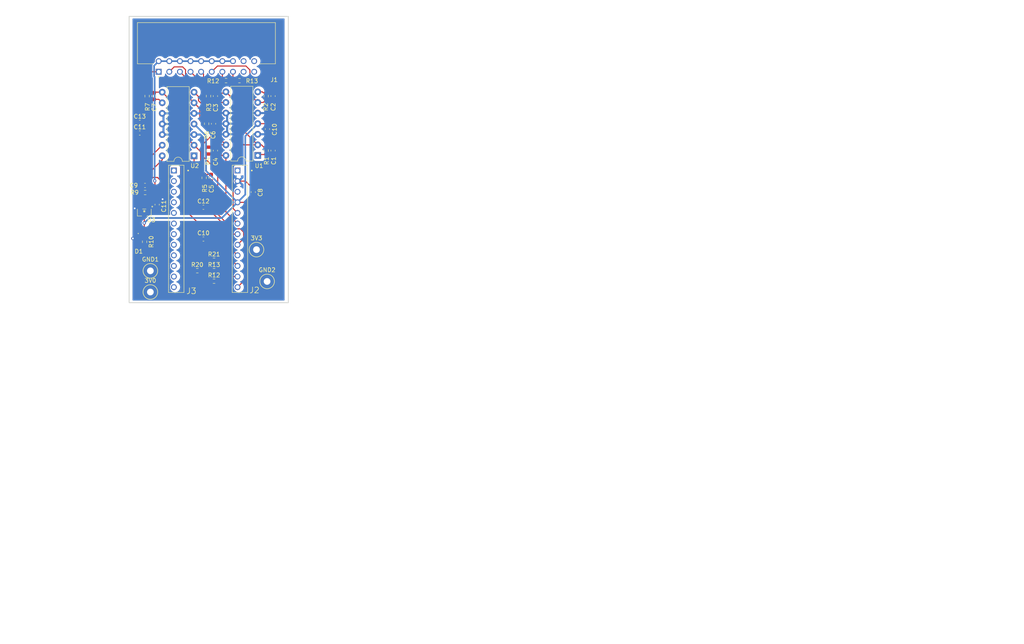
<source format=kicad_pcb>
(kicad_pcb (version 20211014) (generator pcbnew)
  (layers (0 "F.Cu" signal) (31 "B.Cu" signal) (34 "B.Paste" user) (35 "F.Paste" user) (36 "B.SilkS" user "B.Silkscreen") (37 "F.SilkS" user "F.Silkscreen") (38 "B.Mask" user) (39 "F.Mask" user) (44 "Edge.Cuts" user))
  (net 0 "")
  (net 1 "/AIN3")
  (net 2 "/ForceIn_2")
  (net 3 "/ForceIn_0")
  (net 4 "/ForceIn_6")
  (net 5 "/AIN2")
  (net 6 "/AIN6")
  (net 7 "/ForceIn_5")
  (net 8 "GND")
  (net 9 "/AIN5")
  (net 10 "/ForceIn_4")
  (net 11 "/AIN1")
  (net 12 "/ForceIn_7")
  (net 13 "/AIN4")
  (net 14 "/ForceIn_3")
  (net 15 "/VRef")
  (net 16 "Net-(D1-Pad2)")
  (net 17 "+3V3")
  (net 18 "/AIN7")
  (net 19 "/ForceIn_1")
  (net 20 "/Op Amps/VRef1")
  (net 23 "/AIN0")
  (net 36 "/Op Amps/VRef2")
  (footprint "Resistor_SMD:R_0603_1608Metric" (layer "F.Cu") (at 79.882499 89.74)
    (fp_text reference "R21" (at 0 -1.43) (layer "F.SilkS"))
    (fp_text value "R")
    (fp_line (start -0.237258 0.5225) (end 0.237258 0.5225) (layer "F.SilkS") (width 0.12))
    (fp_line (start -0.237258 -0.5225) (end 0.237258 -0.5225) (layer "F.SilkS") (width 0.12))
    (pad "1" smd roundrect (at -0.825 0) (size 0.8 0.95) (layers "F.Cu" "F.Paste" "F.Mask") (net 36 "/Op Amps/VRef2"))
    (pad "2" smd roundrect (at 0.825 0) (size 0.8 0.95) (layers "F.Cu" "F.Paste" "F.Mask") (net 8 "GND"))
  )
  (footprint "Resistor_SMD:R_0603_1608Metric" (layer "F.Cu") (at 79.882499 94.76)
    (fp_text reference "R12" (at 0 -1.43) (layer "F.SilkS"))
    (fp_text value "R")
    (fp_line (start -0.237258 -0.5225) (end 0.237258 -0.5225) (layer "F.SilkS") (width 0.12))
    (fp_line (start -0.237258 0.5225) (end 0.237258 0.5225) (layer "F.SilkS") (width 0.12))
    (pad "1" smd roundrect (at -0.825 0) (size 0.8 0.95) (layers "F.Cu" "F.Paste" "F.Mask") (net 15 "/VRef"))
    (pad "2" smd roundrect (at 0.825 0) (size 0.8 0.95) (layers "F.Cu" "F.Paste" "F.Mask") (net 20 "/Op Amps/VRef1"))
  )
  (footprint "TestPoint:TestPoint_Keystone_5005-5009_Compact" (layer "F.Cu") (at 90.042499 87.2)
    (fp_text reference "3V3" (at 0 -2.75) (layer "F.SilkS"))
    (fp_text value "5005")
    (fp_circle (center 0 0) (end 1.75 0) (layer "F.SilkS") (width 0.15) (fill none))
    (pad "1" thru_hole circle (at 0 0) (size 2.8 2.8) (drill 1.6) (layers *.Cu *.Mask) (net 17 "+3V3"))
  )
  (footprint "CapstoneLibrary:TE_1-825433-2" (layer "F.Cu") (at 70.2625 82.22 -90)
    (fp_text reference "J3" (at 14.9 -4.2 180) (layer "F.SilkS") (effects (font (size 1.4 1.4))))
    (fp_text value "1-825433-2")
    (fp_line (start 15.24 -2.42) (end 15.24 1.27) (layer "F.SilkS") (width 0.127))
    (fp_line (start 15.24 1.27) (end -15.24 1.27) (layer "F.SilkS") (width 0.127))
    (fp_line (start -15.24 1.27) (end -15.24 -2.42) (layer "F.SilkS") (width 0.127))
    (fp_line (start -15.24 -2.42) (end 15.24 -2.42) (layer "F.SilkS") (width 0.127))
    (fp_circle (center -13.97 -3.42) (end -13.87 -3.42) (layer "F.SilkS") (width 0.2) (fill none))
    (pad "1" thru_hole rect locked (at -13.97 0 270) (size 1.398 1.398) (drill 0.89) (layers *.Cu *.Mask))
    (pad "2" thru_hole circle locked (at -11.43 0 270) (size 1.398 1.398) (drill 0.89) (layers *.Cu *.Mask))
    (pad "3" thru_hole circle locked (at -8.89 0 270) (size 1.398 1.398) (drill 0.89) (layers *.Cu *.Mask))
    (pad "4" thru_hole circle locked (at -6.35 0 270) (size 1.398 1.398) (drill 0.89) (layers *.Cu *.Mask))
    (pad "5" thru_hole circle locked (at -3.81 0 270) (size 1.398 1.398) (drill 0.89) (layers *.Cu *.Mask))
    (pad "6" thru_hole circle locked (at -1.27 0 270) (size 1.398 1.398) (drill 0.89) (layers *.Cu *.Mask))
    (pad "7" thru_hole circle locked (at 1.27 0 270) (size 1.398 1.398) (drill 0.89) (layers *.Cu *.Mask))
    (pad "8" thru_hole circle locked (at 3.81 0 270) (size 1.398 1.398) (drill 0.89) (layers *.Cu *.Mask))
    (pad "9" thru_hole circle locked (at 6.35 0 270) (size 1.398 1.398) (drill 0.89) (layers *.Cu *.Mask))
    (pad "10" thru_hole circle locked (at 8.89 0 270) (size 1.398 1.398) (drill 0.89) (layers *.Cu *.Mask))
    (pad "11" thru_hole circle locked (at 11.43 0 270) (size 1.398 1.398) (drill 0.89) (layers *.Cu *.Mask))
    (pad "12" thru_hole circle locked (at 13.97 0 270) (size 1.398 1.398) (drill 0.89) (layers *.Cu *.Mask))
  )
  (footprint "Resistor_SMD:R_0603_1608Metric" (layer "F.Cu") (at 63.3875 73.52)
    (fp_text reference "R9" (at -2.525 0) (layer "F.SilkS"))
    (fp_text value "680")
    (fp_line (start -0.237258 -0.5225) (end 0.237258 -0.5225) (layer "F.SilkS") (width 0.12))
    (fp_line (start -0.237258 0.5225) (end 0.237258 0.5225) (layer "F.SilkS") (width 0.12))
    (pad "1" smd roundrect locked (at -0.825 0) (size 0.8 0.95) (layers "F.Cu" "F.Paste" "F.Mask") (net 12 "/ForceIn_7"))
    (pad "2" smd roundrect locked (at 0.825 0) (size 0.8 0.95) (layers "F.Cu" "F.Paste" "F.Mask") (net 18 "/AIN7"))
  )
  (footprint "TestPoint:TestPoint_Keystone_5005-5009_Compact" (layer "F.Cu") (at 64.642499 97.36)
    (fp_text reference "3V0" (at 0 -2.75) (layer "F.SilkS"))
    (fp_text value "5005")
    (fp_circle (center 0 0) (end 1.75 0) (layer "F.SilkS") (width 0.15) (fill none))
    (pad "1" thru_hole circle (at 0 0) (size 2.8 2.8) (drill 1.6) (layers *.Cu *.Mask) (net 15 "/VRef"))
  )
  (footprint "Resistor_SMD:R_0603_1608Metric" (layer "F.Cu") (at 85.9625 46.72 180)
    (fp_text reference "R13" (at -3 -0.1) (layer "F.SilkS"))
    (fp_text value "R")
    (fp_line (start -0.237258 0.5225) (end 0.237258 0.5225) (layer "F.SilkS") (width 0.12))
    (fp_line (start -0.237258 -0.5225) (end 0.237258 -0.5225) (layer "F.SilkS") (width 0.12))
    (pad "1" smd roundrect locked (at -0.825 0 180) (size 0.8 0.95) (layers "F.Cu" "F.Paste" "F.Mask") (net 20 "/Op Amps/VRef1"))
    (pad "2" smd roundrect locked (at 0.825 0 180) (size 0.8 0.95) (layers "F.Cu" "F.Paste" "F.Mask") (net 8 "GND"))
  )
  (footprint "Resistor_SMD:R_0603_1608Metric" (layer "F.Cu") (at 78.5625 63.4748 -90)
    (fp_text reference "R4" (at 2.5452 0.1 90) (layer "F.SilkS"))
    (fp_text value "R")
    (fp_line (start -0.237258 0.5225) (end 0.237258 0.5225) (layer "F.SilkS") (width 0.12))
    (fp_line (start -0.237258 -0.5225) (end 0.237258 -0.5225) (layer "F.SilkS") (width 0.12))
    (pad "1" smd roundrect locked (at -0.825 0 270) (size 0.8 0.95) (layers "F.Cu" "F.Paste" "F.Mask") (net 14 "/ForceIn_3"))
    (pad "2" smd roundrect locked (at 0.825 0 270) (size 0.8 0.95) (layers "F.Cu" "F.Paste" "F.Mask") (net 1 "/AIN3"))
  )
  (footprint "Capacitor_SMD:C_0603_1608Metric" (layer "F.Cu") (at 79.762998 57.047 -90)
    (fp_text reference "C6" (at 2.673 0.100498 -90) (layer "F.SilkS"))
    (fp_text value "47pF")
    (fp_line (start -0.14058 -0.51) (end 0.14058 -0.51) (layer "F.SilkS") (width 0.12))
    (fp_line (start -0.14058 0.51) (end 0.14058 0.51) (layer "F.SilkS") (width 0.12))
    (pad "1" smd roundrect locked (at -0.775 0 270) (size 0.9 0.95) (layers "F.Cu" "F.Paste" "F.Mask") (net 9 "/AIN5"))
    (pad "2" smd roundrect locked (at 0.775 0 270) (size 0.9 0.95) (layers "F.Cu" "F.Paste" "F.Mask") (net 7 "/ForceIn_5"))
  )
  (footprint "Resistor_SMD:R_0603_1608Metric" (layer "F.Cu") (at 78.111998 57.047 90)
    (fp_text reference "R6" (at -2.673 0.050502 90) (layer "F.SilkS"))
    (fp_text value "R")
    (fp_line (start -0.237258 0.5225) (end 0.237258 0.5225) (layer "F.SilkS") (width 0.12))
    (fp_line (start -0.237258 -0.5225) (end 0.237258 -0.5225) (layer "F.SilkS") (width 0.12))
    (pad "1" smd roundrect locked (at -0.825 0 90) (size 0.8 0.95) (layers "F.Cu" "F.Paste" "F.Mask") (net 7 "/ForceIn_5"))
    (pad "2" smd roundrect locked (at 0.825 0 90) (size 0.8 0.95) (layers "F.Cu" "F.Paste" "F.Mask") (net 9 "/AIN5"))
  )
  (footprint "CapstoneLibrary:VLMG1300-GS08" (layer "F.Cu") (at 61.7421 85.297 -90)
    (fp_text reference "D1" (at 2.323 -0.1204 180) (layer "F.SilkS"))
    (fp_text value "VLMG1300-GS08" hide)
    (fp_circle (center -1.9558 0) (end -1.8796 0) (layer "F.SilkS") (width 0.12) (fill none))
    (pad "1" smd rect (at -0.75 0 270) (size 0.8 0.8) (layers "F.Cu" "F.Paste" "F.Mask") (net 8 "GND"))
    (pad "2" smd rect (at 0.75 0 270) (size 0.8 0.8) (layers "F.Cu" "F.Paste" "F.Mask") (net 16 "Net-(D1-Pad2)"))
  )
  (footprint "Capacitor_SMD:C_0603_1608Metric" (layer "F.Cu") (at 63.3625 71.82)
    (fp_text reference "C9" (at -2.7 0) (layer "F.SilkS"))
    (fp_text value "47pF")
    (fp_line (start -0.14058 0.51) (end 0.14058 0.51) (layer "F.SilkS") (width 0.12))
    (fp_line (start -0.14058 -0.51) (end 0.14058 -0.51) (layer "F.SilkS") (width 0.12))
    (pad "1" smd roundrect locked (at -0.775 0) (size 0.9 0.95) (layers "F.Cu" "F.Paste" "F.Mask") (net 12 "/ForceIn_7"))
    (pad "2" smd roundrect locked (at 0.775 0) (size 0.9 0.95) (layers "F.Cu" "F.Paste" "F.Mask") (net 18 "/AIN7"))
  )
  (footprint "CapstoneLibrary:TE_1-825433-2" (layer "F.Cu") (at 85.5025 82.22 -90)
    (fp_text reference "J2" (at 14.7 -4.06 180) (layer "F.SilkS") (effects (font (size 1.4 1.4))))
    (fp_text value "1-825433-2")
    (fp_line (start 15.24 1.27) (end -15.24 1.27) (layer "F.SilkS") (width 0.127))
    (fp_line (start -15.24 1.27) (end -15.24 -2.42) (layer "F.SilkS") (width 0.127))
    (fp_line (start 15.24 -2.42) (end 15.24 1.27) (layer "F.SilkS") (width 0.127))
    (fp_line (start -15.24 -2.42) (end 15.24 -2.42) (layer "F.SilkS") (width 0.127))
    (fp_circle (center -13.97 -3.42) (end -13.87 -3.42) (layer "F.SilkS") (width 0.2) (fill none))
    (pad "1" thru_hole rect locked (at -13.97 0 270) (size 1.398 1.398) (drill 0.89) (layers *.Cu *.Mask))
    (pad "2" thru_hole circle locked (at -11.43 0 270) (size 1.398 1.398) (drill 0.89) (layers *.Cu *.Mask) (net 8 "GND"))
    (pad "3" thru_hole circle locked (at -8.89 0 270) (size 1.398 1.398) (drill 0.89) (layers *.Cu *.Mask))
    (pad "4" thru_hole circle locked (at -6.35 0 270) (size 1.398 1.398) (drill 0.89) (layers *.Cu *.Mask) (net 17 "+3V3"))
    (pad "5" thru_hole circle locked (at -3.81 0 270) (size 1.398 1.398) (drill 0.89) (layers *.Cu *.Mask) (net 5 "/AIN2"))
    (pad "6" thru_hole circle locked (at -1.27 0 270) (size 1.398 1.398) (drill 0.89) (layers *.Cu *.Mask) (net 1 "/AIN3"))
    (pad "7" thru_hole circle locked (at 1.27 0 270) (size 1.398 1.398) (drill 0.89) (layers *.Cu *.Mask) (net 13 "/AIN4"))
    (pad "8" thru_hole circle locked (at 3.81 0 270) (size 1.398 1.398) (drill 0.89) (layers *.Cu *.Mask) (net 9 "/AIN5"))
    (pad "9" thru_hole circle locked (at 6.35 0 270) (size 1.398 1.398) (drill 0.89) (layers *.Cu *.Mask) (net 6 "/AIN6"))
    (pad "10" thru_hole circle locked (at 8.89 0 270) (size 1.398 1.398) (drill 0.89) (layers *.Cu *.Mask) (net 18 "/AIN7"))
    (pad "11" thru_hole circle locked (at 11.43 0 270) (size 1.398 1.398) (drill 0.89) (layers *.Cu *.Mask) (net 11 "/AIN1"))
    (pad "12" thru_hole circle locked (at 13.97 0 270) (size 1.398 1.398) (drill 0.89) (layers *.Cu *.Mask) (net 23 "/AIN0"))
  )
  (footprint "Resistor_SMD:R_0603_1608Metric" (layer "F.Cu") (at 75.872499 92.25)
    (fp_text reference "R20" (at 0 -1.43) (layer "F.SilkS"))
    (fp_text value "R")
    (fp_line (start -0.237258 -0.5225) (end 0.237258 -0.5225) (layer "F.SilkS") (width 0.12))
    (fp_line (start -0.237258 0.5225) (end 0.237258 0.5225) (layer "F.SilkS") (width 0.12))
    (pad "1" smd roundrect (at -0.825 0) (size 0.8 0.95) (layers "F.Cu" "F.Paste" "F.Mask") (net 15 "/VRef"))
    (pad "2" smd roundrect (at 0.825 0) (size 0.8 0.95) (layers "F.Cu" "F.Paste" "F.Mask") (net 36 "/Op Amps/VRef2"))
  )
  (footprint "Capacitor_SMD:C_0603_1608Metric" (layer "F.Cu") (at 77.342499 84.66)
    (fp_text reference "C10" (at 0 -1.43) (layer "F.SilkS"))
    (fp_text value "4.7uF")
    (fp_line (start -0.14058 -0.51) (end 0.14058 -0.51) (layer "F.SilkS") (width 0.12))
    (fp_line (start -0.14058 0.51) (end 0.14058 0.51) (layer "F.SilkS") (width 0.12))
    (pad "1" smd roundrect (at -0.775 0) (size 0.9 0.95) (layers "F.Cu" "F.Paste" "F.Mask") (net 17 "+3V3"))
    (pad "2" smd roundrect (at 0.775 0) (size 0.9 0.95) (layers "F.Cu" "F.Paste" "F.Mask") (net 8 "GND"))
  )
  (footprint "CapstoneLibrary:TE_5103310-5" (layer "F.Cu") (at 78.0625 43.32 180)
    (fp_text reference "J1" (at -16.2 -3.2) (layer "F.SilkS") (effects (font (size 1.001457 1.001457))))
    (fp_text value "5103310-5")
    (fp_line (start -16.51 10.5) (end 16.51 10.5) (layer "F.SilkS") (width 0.127))
    (fp_line (start 16.51 10.5) (end 16.51 0.635) (layer "F.SilkS") (width 0.127))
    (fp_line (start 16.51 0.635) (end 12.7 0.635) (layer "F.SilkS") (width 0.127))
    (fp_line (start -16.51 0.635) (end -16.51 10.5) (layer "F.SilkS") (width 0.127))
    (fp_line (start -12.7 0.635) (end -16.51 0.635) (layer "F.SilkS") (width 0.127))
    (fp_circle (center 11.427 -2.489) (end 11.527 -2.489) (layer "F.SilkS") (width 0.2) (fill none))
    (pad "1" thru_hole rect locked (at 11.43 -1.27 180) (size 1.397 1.397) (drill 0.889) (layers *.Cu *.Mask) (net 12 "/ForceIn_7"))
    (pad "2" thru_hole circle locked (at 11.43 1.27 180) (size 1.397 1.397) (drill 0.889) (layers *.Cu *.Mask) (net 8 "GND"))
    (pad "3" thru_hole circle locked (at 8.89 -1.27 180) (size 1.397 1.397) (drill 0.889) (layers *.Cu *.Mask) (net 4 "/ForceIn_6"))
    (pad "4" thru_hole circle locked (at 8.89 1.27 180) (size 1.397 1.397) (drill 0.889) (layers *.Cu *.Mask) (net 8 "GND"))
    (pad "5" thru_hole circle locked (at 6.35 -1.27 180) (size 1.397 1.397) (drill 0.889) (layers *.Cu *.Mask) (net 7 "/ForceIn_5"))
    (pad "6" thru_hole circle locked (at 6.35 1.27 180) (size 1.397 1.397) (drill 0.889) (layers *.Cu *.Mask) (net 8 "GND"))
    (pad "7" thru_hole circle locked (at 3.81 -1.27 180) (size 1.397 1.397) (drill 0.889) (layers *.Cu *.Mask) (net 10 "/ForceIn_4"))
    (pad "8" thru_hole circle locked (at 3.81 1.27 180) (size 1.397 1.397) (drill 0.889) (layers *.Cu *.Mask) (net 8 "GND"))
    (pad "9" thru_hole circle locked (at 1.27 -1.27 180) (size 1.397 1.397) (drill 0.889) (layers *.Cu *.Mask) (net 14 "/ForceIn_3"))
    (pad "10" thru_hole circle locked (at 1.27 1.27 180) (size 1.397 1.397) (drill 0.889) (layers *.Cu *.Mask) (net 8 "GND"))
    (pad "11" thru_hole circle locked (at -1.27 -1.27 180) (size 1.397 1.397) (drill 0.889) (layers *.Cu *.Mask) (net 2 "/ForceIn_2"))
    (pad "12" thru_hole circle locked (at -1.27 1.27 180) (size 1.397 1.397) (drill 0.889) (layers *.Cu *.Mask) (net 8 "GND"))
    (pad "13" thru_hole circle locked (at -3.81 -1.27 180) (size 1.397 1.397) (drill 0.889) (layers *.Cu *.Mask) (net 19 "/ForceIn_1"))
    (pad "14" thru_hole circle locked (at -3.81 1.27 180) (size 1.397 1.397) (drill 0.889) (layers *.Cu *.Mask) (net 8 "GND"))
    (pad "15" thru_hole circle locked (at -6.35 -1.27 180) (size 1.397 1.397) (drill 0.889) (layers *.Cu *.Mask) (net 3 "/ForceIn_0"))
    (pad "16" thru_hole circle locked (at -6.35 1.27 180) (size 1.397 1.397) (drill 0.889) (layers *.Cu *.Mask) (net 8 "GND"))
    (pad "17" thru_hole circle locked (at -8.89 -1.27 180) (size 1.397 1.397) (drill 0.889) (layers *.Cu *.Mask) (net 8 "GND"))
    (pad "18" thru_hole circle locked (at -8.89 1.27 180) (size 1.397 1.397) (drill 0.889) (layers *.Cu *.Mask) (net 8 "GND"))
    (pad "19" thru_hole circle locked (at -11.43 -1.27 180) (size 1.397 1.397) (drill 0.889) (layers *.Cu *.Mask) (net 8 "GND"))
    (pad "20" thru_hole circle locked (at -11.43 1.27 180) (size 1.397 1.397) (drill 0.889) (layers *.Cu *.Mask) (net 8 "GND"))
  )
  (footprint "Resistor_SMD:R_0603_1608Metric" (layer "F.Cu") (at 78.5625 50.42 90)
    (fp_text reference "R3" (at -2.7 0.1 90) (layer "F.SilkS"))
    (fp_text value "R")
    (fp_line (start -0.237258 0.5225) (end 0.237258 0.5225) (layer "F.SilkS") (width 0.12))
    (fp_line (start -0.237258 -0.5225) (end 0.237258 -0.5225) (layer "F.SilkS") (width 0.12))
    (pad "1" smd roundrect locked (at -0.825 0 90) (size 0.8 0.95) (layers "F.Cu" "F.Paste" "F.Mask") (net 2 "/ForceIn_2"))
    (pad "2" smd roundrect locked (at 0.825 0 90) (size 0.8 0.95) (layers "F.Cu" "F.Paste" "F.Mask") (net 5 "/AIN2"))
  )
  (footprint "Capacitor_SMD:C_0603_1608Metric" (layer "F.Cu") (at 77.342499 77.04)
    (fp_text reference "C12" (at 0 -1.43) (layer "F.SilkS"))
    (fp_text value "0.1uF")
    (fp_line (start -0.14058 -0.51) (end 0.14058 -0.51) (layer "F.SilkS") (width 0.12))
    (fp_line (start -0.14058 0.51) (end 0.14058 0.51) (layer "F.SilkS") (width 0.12))
    (pad "1" smd roundrect (at -0.775 0) (size 0.9 0.95) (layers "F.Cu" "F.Paste" "F.Mask") (net 17 "+3V3"))
    (pad "2" smd roundrect (at 0.775 0) (size 0.9 0.95) (layers "F.Cu" "F.Paste" "F.Mask") (net 8 "GND"))
  )
  (footprint "Capacitor_SMD:C_0603_1608Metric" (layer "F.Cu") (at 80.2135 50.42 -90)
    (fp_text reference "C3" (at 2.8 -0.049 90) (layer "F.SilkS"))
    (fp_text value "47pF")
    (fp_line (start -0.14058 0.51) (end 0.14058 0.51) (layer "F.SilkS") (width 0.12))
    (fp_line (start -0.14058 -0.51) (end 0.14058 -0.51) (layer "F.SilkS") (width 0.12))
    (pad "1" smd roundrect locked (at -0.775 0 270) (size 0.9 0.95) (layers "F.Cu" "F.Paste" "F.Mask") (net 5 "/AIN2"))
    (pad "2" smd roundrect locked (at 0.775 0 270) (size 0.9 0.95) (layers "F.Cu" "F.Paste" "F.Mask") (net 2 "/ForceIn_2"))
  )
  (footprint "CapstoneLibrary:AD1583ARTZ-Reel7" (layer "F.Cu") (at 63.187507 78.320002 180)
    (fp_text reference "U3" (at -1.674993 -1.799998) (layer "F.SilkS"))
    (fp_text value "AD1583" hide)
    (fp_text user "*" (at 0 0) (layer "F.SilkS"))
    (fp_line (start -1.651 -0.8255) (end -1.651 0.8255) (layer "F.SilkS") (width 0.12))
    (fp_line (start -0.61214 -0.8255) (end -1.651 -0.8255) (layer "F.SilkS") (width 0.12))
    (fp_line (start 1.651 0.8255) (end 1.651 -0.8255) (layer "F.SilkS") (width 0.12))
    (fp_line (start -0.412859 0.85) (end 0.412859 0.85) (layer "F.SilkS") (width 0.12))
    (fp_line (start 1.651 -0.8255) (end 0.61214 -0.8255) (layer "F.SilkS") (width 0.12))
    (fp_circle (center -1.9 1.425) (end -1.773 1.425) (layer "F.SilkS") (width 0.12) (fill none))
    (pad "1" smd rect (at -1.024999 1.016 180) (size 0.5588 1.3208) (layers "F.Cu" "F.Paste" "F.Mask") (net 15 "/VRef"))
    (pad "2" smd rect (at 1.024999 1.016 180) (size 0.5588 1.3208) (layers "F.Cu" "F.Paste" "F.Mask") (net 8 "GND"))
    (pad "3" smd rect (at 0 -0.88265 180) (size 0.5588 1.3208) (layers "F.Cu" "F.Paste" "F.Mask") (net 17 "+3V3"))
  )
  (footprint "Capacitor_SMD:C_0603_1608Metric" (layer "F.Cu") (at 94.0115 63.4748 90)
    (fp_text reference "C1" (at -2.4452 0.151 90) (layer "F.SilkS"))
    (fp_text value "47pF")
    (fp_line (start -0.14058 0.51) (end 0.14058 0.51) (layer "F.SilkS") (width 0.12))
    (fp_line (start -0.14058 -0.51) (end 0.14058 -0.51) (layer "F.SilkS") (width 0.12))
    (pad "1" smd roundrect locked (at -0.775 0 90) (size 0.9 0.95) (layers "F.Cu" "F.Paste" "F.Mask") (net 23 "/AIN0"))
    (pad "2" smd roundrect locked (at 0.775 0 90) (size 0.9 0.95) (layers "F.Cu" "F.Paste" "F.Mask") (net 3 "/ForceIn_0"))
  )
  (footprint "Capacitor_SMD:C_0603_1608Metric" (layer "F.Cu") (at 94.0115 50.4192 -90)
    (fp_text reference "C2" (at 2.6008 -0.051 90) (layer "F.SilkS"))
    (fp_text value "47pF")
    (fp_line (start -0.14058 -0.51) (end 0.14058 -0.51) (layer "F.SilkS") (width 0.12))
    (fp_line (start -0.14058 0.51) (end 0.14058 0.51) (layer "F.SilkS") (width 0.12))
    (pad "1" smd roundrect locked (at -0.775 0 270) (size 0.9 0.95) (layers "F.Cu" "F.Paste" "F.Mask") (net 11 "/AIN1"))
    (pad "2" smd roundrect locked (at 0.775 0 270) (size 0.9 0.95) (layers "F.Cu" "F.Paste" "F.Mask") (net 19 "/ForceIn_1"))
  )
  (footprint "TestPoint:TestPoint_Keystone_5005-5009_Compact" (layer "F.Cu") (at 64.642499 92.28)
    (fp_text reference "GND1" (at 0 -2.75) (layer "F.SilkS"))
    (fp_text value "5006")
    (fp_circle (center 0 0) (end 1.75 0) (layer "F.SilkS") (width 0.15) (fill none))
    (pad "1" thru_hole circle (at 0 0) (size 2.8 2.8) (drill 1.6) (layers *.Cu *.Mask) (net 8 "GND"))
  )
  (footprint "Resistor_SMD:R_0603_1608Metric" (layer "F.Cu") (at 79.882499 92.25)
    (fp_text reference "R13" (at 0 -1.43) (layer "F.SilkS"))
    (fp_text value "R")
    (fp_line (start -0.237258 -0.5225) (end 0.237258 -0.5225) (layer "F.SilkS") (width 0.12))
    (fp_line (start -0.237258 0.5225) (end 0.237258 0.5225) (layer "F.SilkS") (width 0.12))
    (pad "1" smd roundrect (at -0.825 0) (size 0.8 0.95) (layers "F.Cu" "F.Paste" "F.Mask") (net 20 "/Op Amps/VRef1"))
    (pad "2" smd roundrect (at 0.825 0) (size 0.8 0.95) (layers "F.Cu" "F.Paste" "F.Mask") (net 8 "GND"))
  )
  (footprint "TestPoint:TestPoint_Keystone_5005-5009_Compact" (layer "F.Cu") (at 92.582499 94.82)
    (fp_text reference "GND2" (at 0 -2.75) (layer "F.SilkS"))
    (fp_text value "5006")
    (fp_circle (center 0 0) (end 1.75 0) (layer "F.SilkS") (width 0.15) (fill none))
    (pad "1" thru_hole circle (at 0 0) (size 2.8 2.8) (drill 1.6) (layers *.Cu *.Mask) (net 8 "GND"))
  )
  (footprint "Resistor_SMD:R_0603_1608Metric" (layer "F.Cu") (at 63.8625 50.4192 90)
    (fp_text reference "R7" (at -2.6008 0.1 90) (layer "F.SilkS"))
    (fp_text value "R")
    (fp_line (start -0.237258 -0.5225) (end 0.237258 -0.5225) (layer "F.SilkS") (width 0.12))
    (fp_line (start -0.237258 0.5225) (end 0.237258 0.5225) (layer "F.SilkS") (width 0.12))
    (pad "1" smd roundrect locked (at -0.825 0 90) (size 0.8 0.95) (layers "F.Cu" "F.Paste" "F.Mask") (net 4 "/ForceIn_6"))
    (pad "2" smd roundrect locked (at 0.825 0 90) (size 0.8 0.95) (layers "F.Cu" "F.Paste" "F.Mask") (net 6 "/AIN6"))
  )
  (footprint "Package_DIP:DIP-14_W7.62mm" (layer "F.Cu") (at 75.1 64.72 180)
    (fp_text reference "U2" (at -0.1625 -2.4) (layer "F.SilkS"))
    (fp_text value "MCP6004")
    (fp_line (start 6.46 -1.33) (end 4.81 -1.33) (layer "F.SilkS") (width 0.12))
    (fp_line (start 2.81 -1.33) (end 1.16 -1.33) (layer "F.SilkS") (width 0.12))
    (fp_line (start 6.46 16.57) (end 6.46 -1.33) (layer "F.SilkS") (width 0.12))
    (fp_line (start 1.16 16.57) (end 6.46 16.57) (layer "F.SilkS") (width 0.12))
    (fp_line (start 1.16 -1.33) (end 1.16 16.57) (layer "F.SilkS") (width 0.12))
    (fp_arc (start 4.81 -1.33) (mid 3.81 -0.33) (end 2.81 -1.33) (layer "F.SilkS") (width 0.12))
    (pad "1" thru_hole rect locked (at 0 0 180) (size 1.6 1.6) (drill 0.8) (layers *.Cu *.Mask) (net 13 "/AIN4"))
    (pad "2" thru_hole oval locked (at 0 2.54 180) (size 1.6 1.6) (drill 0.8) (layers *.Cu *.Mask) (net 10 "/ForceIn_4"))
    (pad "3" thru_hole oval locked (at 0 5.08 180) (size 1.6 1.6) (drill 0.8) (layers *.Cu *.Mask) (net 36 "/Op Amps/VRef2"))
    (pad "4" thru_hole oval locked (at 0 7.62 180) (size 1.6 1.6) (drill 0.8) (layers *.Cu *.Mask) (net 17 "+3V3"))
    (pad "5" thru_hole oval locked (at 0 10.16 180) (size 1.6 1.6) (drill 0.8) (layers *.Cu *.Mask) (net 36 "/Op Amps/VRef2"))
    (pad "6" thru_hole oval locked (at 0 12.7 180) (size 1.6 1.6) (drill 0.8) (layers *.Cu *.Mask) (net 7 "/ForceIn_5"))
    (pad "7" thru_hole oval locked (at 0 15.24 180) (size 1.6 1.6) (drill 0.8) (layers *.Cu *.Mask) (net 9 "/AIN5"))
    (pad "8" thru_hole oval locked (at 7.62 15.24 180) (size 1.6 1.6) (drill 0.8) (layers *.Cu *.Mask) (net 6 "/AIN6"))
    (pad "9" thru_hole oval locked (at 7.62 12.7 180) (size 1.6 1.6) (drill 0.8) (layers *.Cu *.Mask) (net 4 "/ForceIn_6"))
    (pad "10" thru_hole oval locked (at 7.62 10.16 180) (size 1.6 1.6) (drill 0.8) (layers *.Cu *.Mask) (net 36 "/Op Amps/VRef2"))
    (pad "11" thru_hole oval locked (at 7.62 7.62 180) (size 1.6 1.6) (drill 0.8) (layers *.Cu *.Mask) (net 8 "GND"))
    (pad "12" thru_hole oval locked (at 7.62 5.08 180) (size 1.6 1.6) (drill 0.8) (layers *.Cu *.Mask) (net 36 "/Op Amps/VRef2"))
    (pad "13" thru_hole oval locked (at 7.62 2.54 180) (size 1.6 1.6) (drill 0.8) (layers *.Cu *.Mask) (net 12 "/ForceIn_7"))
    (pad "14" thru_hole oval locked (at 7.62 0 180) (size 1.6 1.6) (drill 0.8) (layers *.Cu *.Mask) (net 18 "/AIN7"))
  )
  (footprint "Resistor_SMD:R_0603_1608Metric" (layer "F.Cu") (at 92.3605 63.4748 -90)
    (fp_text reference "R1" (at 2.4452 -0.102 90) (layer "F.SilkS"))
    (fp_text value "R")
    (fp_line (start -0.237258 0.5225) (end 0.237258 0.5225) (layer "F.SilkS") (width 0.12))
    (fp_line (start -0.237258 -0.5225) (end 0.237258 -0.5225) (layer "F.SilkS") (width 0.12))
    (pad "1" smd roundrect locked (at -0.825 0 270) (size 0.8 0.95) (layers "F.Cu" "F.Paste" "F.Mask") (net 3 "/ForceIn_0"))
    (pad "2" smd roundrect locked (at 0.825 0 270) (size 0.8 0.95) (layers "F.Cu" "F.Paste" "F.Mask") (net 23 "/AIN0"))
  )
  (footprint "Resistor_SMD:R_0603_1608Metric" (layer "F.Cu") (at 63.2625 85.32 -90)
    (fp_text reference "R10" (at 0 -1.6 -90) (layer "F.SilkS"))
    (fp_text value "68")
    (fp_line (start -0.237258 0.5225) (end 0.237258 0.5225) (layer "F.SilkS") (width 0.12))
    (fp_line (start -0.237258 -0.5225) (end 0.237258 -0.5225) (layer "F.SilkS") (width 0.12))
    (pad "1" smd roundrect locked (at -0.825 0 270) (size 0.8 0.95) (layers "F.Cu" "F.Paste" "F.Mask") (net 17 "+3V3"))
    (pad "2" smd roundrect locked (at 0.825 0 270) (size 0.8 0.95) (layers "F.Cu" "F.Paste" "F.Mask") (net 16 "Net-(D1-Pad2)"))
  )
  (footprint "Capacitor_SMD:C_0603_1608Metric" (layer "F.Cu") (at 79.163498 70.0026 90)
    (fp_text reference "C5" (at -2.6174 0.099002 90) (layer "F.SilkS"))
    (fp_text value "47pF")
    (fp_line (start -0.14058 -0.51) (end 0.14058 -0.51) (layer "F.SilkS") (width 0.12))
    (fp_line (start -0.14058 0.51) (end 0.14058 0.51) (layer "F.SilkS") (width 0.12))
    (pad "1" smd roundrect locked (at -0.775 0 90) (size 0.9 0.95) (layers "F.Cu" "F.Paste" "F.Mask") (net 13 "/AIN4"))
    (pad "2" smd roundrect locked (at 0.775 0 90) (size 0.9 0.95) (layers "F.Cu" "F.Paste" "F.Mask") (net 10 "/ForceIn_4"))
  )
  (footprint "Resistor_SMD:R_0603_1608Metric" (layer "F.Cu") (at 77.512498 70.0026 -90)
    (fp_text reference "R5" (at 2.5174 -0.150002 90) (layer "F.SilkS"))
    (fp_text value "R")
    (fp_line (start -0.237258 0.5225) (end 0.237258 0.5225) (layer "F.SilkS") (width 0.12))
    (fp_line (start -0.237258 -0.5225) (end 0.237258 -0.5225) (layer "F.SilkS") (width 0.12))
    (pad "1" smd roundrect locked (at -0.825 0 270) (size 0.8 0.95) (layers "F.Cu" "F.Paste" "F.Mask") (net 10 "/ForceIn_4"))
    (pad "2" smd roundrect locked (at 0.825 0 270) (size 0.8 0.95) (layers "F.Cu" "F.Paste" "F.Mask") (net 13 "/AIN4"))
  )
  (footprint "Resistor_SMD:R_0603_1608Metric" (layer "F.Cu") (at 82.7625 46.72 180)
    (fp_text reference "R12" (at 3.1 -0.1) (layer "F.SilkS"))
    (fp_text value "R")
    (fp_line (start -0.237258 0.5225) (end 0.237258 0.5225) (layer "F.SilkS") (width 0.12))
    (fp_line (start -0.237258 -0.5225) (end 0.237258 -0.5225) (layer "F.SilkS") (width 0.12))
    (pad "1" smd roundrect locked (at -0.825 0 180) (size 0.8 0.95) (layers "F.Cu" "F.Paste" "F.Mask") (net 15 "/VRef"))
    (pad "2" smd roundrect locked (at 0.825 0 180) (size 0.8 0.95) (layers "F.Cu" "F.Paste" "F.Mask") (net 20 "/Op Amps/VRef1"))
  )
  (footprint "Package_DIP:DIP-14_W7.62mm" (layer "F.Cu") (at 90.34 64.645 180)
    (fp_text reference "U1" (at -0.3225 -2.475) (layer "F.SilkS"))
    (fp_text value "MCP6004")
    (fp_line (start 6.46 16.57) (end 6.46 -1.33) (layer "F.SilkS") (width 0.12))
    (fp_line (start 6.46 -1.33) (end 4.81 -1.33) (layer "F.SilkS") (width 0.12))
    (fp_line (start 1.16 -1.33) (end 1.16 16.57) (layer "F.SilkS") (width 0.12))
    (fp_line (start 1.16 16.57) (end 6.46 16.57) (layer "F.SilkS") (width 0.12))
    (fp_line (start 2.81 -1.33) (end 1.16 -1.33) (layer "F.SilkS") (width 0.12))
    (fp_arc (start 4.81 -1.33) (mid 3.81 -0.33) (end 2.81 -1.33) (layer "F.SilkS") (width 0.12))
    (pad "1" thru_hole rect locked (at 0 0 180) (size 1.6 1.6) (drill 0.8) (layers *.Cu *.Mask) (net 23 "/AIN0"))
    (pad "2" thru_hole oval locked (at 0 2.54 180) (size 1.6 1.6) (drill 0.8) (layers *.Cu *.Mask) (net 3 "/ForceIn_0"))
    (pad "3" thru_hole oval locked (at 0 5.08 180) (size 1.6 1.6) (drill 0.8) (layers *.Cu *.Mask) (net 20 "/Op Amps/VRef1"))
    (pad "4" thru_hole oval locked (at 0 7.62 180) (size 1.6 1.6) (drill 0.8) (layers *.Cu *.Mask) (net 17 "+3V3"))
    (pad "5" thru_hole oval locked (at 0 10.16 180) (size 1.6 1.6) (drill 0.8) (layers *.Cu *.Mask) (net 20 "/Op Amps/VRef1"))
    (pad "6" thru_hole oval locked (at 0 12.7 180) (size 1.6 1.6) (drill 0.8) (layers *.Cu *.Mask) (net 19 "/ForceIn_1"))
    (pad "7" thru_hole oval locked (at 0 15.24 180) (size 1.6 1.6) (drill 0.8) (layers *.Cu *.Mask) (net 11 "/AIN1"))
    (pad "8" thru_hole oval locked (at 7.62 15.24 180) (size 1.6 1.6) (drill 0.8) (layers *.Cu *.Mask) (net 5 "/AIN2"))
    (pad "9" thru_hole oval locked (at 7.62 12.7 180) (size 1.6 1.6) (drill 0.8) (layers *.Cu *.Mask) (net 2 "/ForceIn_2"))
    (pad "10" thru_hole oval locked (at 7.62 10.16 180) (size 1.6 1.6) (drill 0.8) (layers *.Cu *.Mask) (net 20 "/Op Amps/VRef1"))
    (pad "11" thru_hole oval locked (at 7.62 7.62 180) (size 1.6 1.6) (drill 0.8) (layers *.Cu *.Mask) (net 8 "GND"))
    (pad "12" thru_hole oval locked (at 7.62 5.08 180) (size 1.6 1.6) (drill 0.8) (layers *.Cu *.Mask) (net 20 "/Op Amps/VRef1"))
    (pad "13" thru_hole oval locked (at 7.62 2.54 180) (size 1.6 1.6) (drill 0.8) (layers *.Cu *.Mask) (net 14 "/ForceIn_3"))
    (pad "14" thru_hole oval locked (at 7.62 0 180) (size 1.6 1.6) (drill 0.8) (layers *.Cu *.Mask) (net 1 "/AIN3"))
  )
  (footprint "Capacitor_SMD:C_0603_1608Metric" (layer "F.Cu") (at 65.5135 50.4192 -90)
    (fp_text reference "C7" (at 2.7008 -0.049 90) (layer "F.SilkS"))
    (fp_text value "47pF")
    (fp_line (start -0.14058 0.51) (end 0.14058 0.51) (layer "F.SilkS") (width 0.12))
    (fp_line (start -0.14058 -0.51) (end 0.14058 -0.51) (layer "F.SilkS") (width 0.12))
    (pad "1" smd roundrect locked (at -0.775 0 270) (size 0.9 0.95) (layers "F.Cu" "F.Paste" "F.Mask") (net 6 "/AIN6"))
    (pad "2" smd roundrect locked (at 0.775 0 270) (size 0.9 0.95) (layers "F.Cu" "F.Paste" "F.Mask") (net 4 "/ForceIn_6"))
  )
  (footprint "Capacitor_SMD:C_0603_1608Metric" (layer "F.Cu") (at 66.2625 76.42 90)
    (fp_text reference "C11" (at -0.4 1.6 90) (layer "F.SilkS"))
    (fp_text value "1uF")
    (fp_line (start -0.14058 0.51) (end 0.14058 0.51) (layer "F.SilkS") (width 0.12))
    (fp_line (start -0.14058 -0.51) (end 0.14058 -0.51) (layer "F.SilkS") (width 0.12))
    (pad "1" smd roundrect locked (at -0.775 0 90) (size 0.9 0.95) (layers "F.Cu" "F.Paste" "F.Mask") (net 15 "/VRef"))
    (pad "2" smd roundrect locked (at 0.775 0 90) (size 0.9 0.95) (layers "F.Cu" "F.Paste" "F.Mask") (net 8 "GND"))
  )
  (footprint "Resistor_SMD:R_0603_1608Metric" (layer "F.Cu") (at 92.3605 50.4192 90)
    (fp_text reference "R2" (at -2.6008 -0.098 90) (layer "F.SilkS"))
    (fp_text value "R")
    (fp_line (start -0.237258 0.5225) (end 0.237258 0.5225) (layer "F.SilkS") (width 0.12))
    (fp_line (start -0.237258 -0.5225) (end 0.237258 -0.5225) (layer "F.SilkS") (width 0.12))
    (pad "1" smd roundrect locked (at -0.825 0 90) (size 0.8 0.95) (layers "F.Cu" "F.Paste" "F.Mask") (net 19 "/ForceIn_1"))
    (pad "2" smd roundrect locked (at 0.825 0 90) (size 0.8 0.95) (layers "F.Cu" "F.Paste" "F.Mask") (net 11 "/AIN1"))
  )
  (footprint "Capacitor_SMD:C_0603_1608Metric" (layer "F.Cu") (at 62.102499 56.72)
    (fp_text reference "C13" (at 0 -1.43) (layer "F.SilkS"))
    (fp_text value "0.1uF")
    (fp_line (start -0.14058 -0.51) (end 0.14058 -0.51) (layer "F.SilkS") (width 0.12))
    (fp_line (start -0.14058 0.51) (end 0.14058 0.51) (layer "F.SilkS") (width 0.12))
    (pad "1" smd roundrect (at -0.775 0) (size 0.9 0.95) (layers "F.Cu" "F.Paste" "F.Mask") (net 17 "+3V3"))
    (pad "2" smd roundrect (at 0.775 0) (size 0.9 0.95) (layers "F.Cu" "F.Paste" "F.Mask") (net 8 "GND"))
  )
  (footprint "Capacitor_SMD:C_0603_1608Metric" (layer "F.Cu") (at 89.2625 73.42 90)
    (fp_text reference "C8" (at -0.1 1.7 90) (layer "F.SilkS"))
    (fp_text value "1uF")
    (fp_line (start -0.14058 0.51) (end 0.14058 0.51) (layer "F.SilkS") (width 0.12))
    (fp_line (start -0.14058 -0.51) (end 0.14058 -0.51) (layer "F.SilkS") (width 0.12))
    (pad "1" smd roundrect locked (at -0.775 0 90) (size 0.9 0.95) (layers "F.Cu" "F.Paste" "F.Mask") (net 17 "+3V3"))
    (pad "2" smd roundrect locked (at 0.775 0 90) (size 0.9 0.95) (layers "F.Cu" "F.Paste" "F.Mask") (net 8 "GND"))
  )
  (footprint "Capacitor_SMD:C_0603_1608Metric" (layer "F.Cu") (at 62.102499 59.26)
    (fp_text reference "C11" (at 0 -1.43) (layer "F.SilkS"))
    (fp_text value "1uF")
    (fp_line (start -0.14058 0.51) (end 0.14058 0.51) (layer "F.SilkS") (width 0.12))
    (fp_line (start -0.14058 -0.51) (end 0.14058 -0.51) (layer "F.SilkS") (width 0.12))
    (pad "1" smd roundrect (at -0.775 0) (size 0.9 0.95) (layers "F.Cu" "F.Paste" "F.Mask") (net 15 "/VRef"))
    (pad "2" smd roundrect (at 0.775 0) (size 0.9 0.95) (layers "F.Cu" "F.Paste" "F.Mask") (net 8 "GND"))
  )
  (footprint "Capacitor_SMD:C_0603_1608Metric" (layer "F.Cu") (at 80.2135 63.4748 90)
    (fp_text reference "C4" (at -2.6452 0.049 90) (layer "F.SilkS"))
    (fp_text value "47pF")
    (fp_line (start -0.14058 0.51) (end 0.14058 0.51) (layer "F.SilkS") (width 0.12))
    (fp_line (start -0.14058 -0.51) (end 0.14058 -0.51) (layer "F.SilkS") (width 0.12))
    (pad "1" smd roundrect locked (at -0.775 0 90) (size 0.9 0.95) (layers "F.Cu" "F.Paste" "F.Mask") (net 1 "/AIN3"))
    (pad "2" smd roundrect locked (at 0.775 0 90) (size 0.9 0.95) (layers "F.Cu" "F.Paste" "F.Mask") (net 14 "/ForceIn_3"))
  )
  (footprint "Capacitor_SMD:C_0603_1608Metric" (layer "F.Cu") (at 92.6625 58.32 -90)
    (fp_text reference "C10" (at 0.1 -1.7 90) (layer "F.SilkS"))
    (fp_text value "4.7uF")
    (fp_line (start -0.14058 -0.51) (end 0.14058 -0.51) (layer "F.SilkS") (width 0.12))
    (fp_line (start -0.14058 0.51) (end 0.14058 0.51) (layer "F.SilkS") (width 0.12))
    (pad "1" smd roundrect locked (at -0.775 0 270) (size 0.9 0.95) (layers "F.Cu" "F.Paste" "F.Mask") (net 17 "+3V3"))
    (pad "2" smd roundrect locked (at 0.775 0 270) (size 0.9 0.95) (layers "F.Cu" "F.Paste" "F.Mask") (net 8 "GND"))
  )
  (gr_rect (start 59.562492 31.320003) (end 97.662492 99.900003) (layer "Edge.Cuts") (width 0.2) (fill none))
  (segment (start 85.5025 80.95) (end 82.72 78.1675) (width 0.25) (layer "F.Cu") (net 1))
  (segment (start 82.72 64.645) (end 81.7875 64.645) (width 0.25) (layer "F.Cu") (net 1))
  (segment (start 78.5625 64.2998) (end 81.4423 64.2998) (width 0.25) (layer "F.Cu") (net 1))
  (segment (start 81.4423 64.2998) (end 81.7875 64.645) (width 0.25) (layer "F.Cu") (net 1))
  (segment (start 82.72 78.1675) (end 82.72 64.645) (width 0.25) (layer "F.Cu") (net 1))
  (segment (start 78.5625 51.245) (end 80.1635 51.245) (width 0.25) (layer "F.Cu") (net 2))
  (segment (start 77.3625 45.16) (end 77.3625 50.12) (width 0.25) (layer "F.Cu") (net 2))
  (segment (start 80.2135 51.195) (end 80.9635 51.945) (width 0.25) (layer "F.Cu") (net 2))
  (segment (start 77.3625 50.12) (end 78.4867 51.2442) (width 0.25) (layer "F.Cu") (net 2))
  (segment (start 80.9635 51.945) (end 82.72 51.945) (width 0.25) (layer "F.Cu") (net 2))
  (segment (start 80.1635 51.245) (end 80.2135 51.195) (width 0.25) (layer "F.Cu") (net 2))
  (segment (start 76.7925 44.59) (end 77.3625 45.16) (width 0.25) (layer "F.Cu") (net 2))
  (segment (start 86.8625 48.82) (end 86.8625 46.795) (width 0.25) (layer "F.Cu") (net 3))
  (segment (start 91.7923 62.6498) (end 91.2475 62.105) (width 0.25) (layer "F.Cu") (net 3))
  (segment (start 92.3605 62.6498) (end 91.7923 62.6498) (width 0.25) (layer "F.Cu") (net 3))
  (segment (start 90.34 62.105) (end 86.8625 58.6275) (width 0.25) (layer "F.Cu") (net 3))
  (segment (start 91.2475 62.105) (end 90.34 62.105) (width 0.25) (layer "F.Cu") (net 3))
  (segment (start 86.8625 58.6275) (end 86.8625 48.82) (width 0.25) (layer "F.Cu") (net 3))
  (segment (start 85.7625 60.82) (end 85.7625 49.92) (width 0.25) (layer "F.Cu") (net 3))
  (segment (start 85.7625 49.92) (end 83.5875 47.745) (width 0.25) (layer "F.Cu") (net 3))
  (segment (start 90.34 62.105) (end 87.0475 62.105) (width 0.25) (layer "F.Cu") (net 3))
  (segment (start 83.5875 47.745) (end 83.5875 46.72) (width 0.25) (layer "F.Cu") (net 3))
  (segment (start 86.8625 46.795) (end 86.7875 46.72) (width 0.25) (layer "F.Cu") (net 3))
  (segment (start 94.0115 62.6998) (end 92.4105 62.6998) (width 0.25) (layer "F.Cu") (net 3))
  (segment (start 87.0475 62.105) (end 85.7625 60.82) (width 0.25) (layer "F.Cu") (net 3))
  (segment (start 92.4105 62.6998) (end 92.3605 62.6498) (width 0.25) (layer "F.Cu") (net 3))
  (segment (start 62.5625 46.82) (end 64.7925 44.59) (width 0.25) (layer "F.Cu") (net 4))
  (segment (start 65.5135 51.1942) (end 66.6542 51.1942) (width 0.25) (layer "F.Cu") (net 4))
  (segment (start 64.7925 44.59) (end 66.6325 44.59) (width 0.25) (layer "F.Cu") (net 4))
  (segment (start 63.8625 51.2442) (end 65.4635 51.2442) (width 0.25) (layer "F.Cu") (net 4))
  (segment (start 62.5625 49.9442) (end 62.5625 46.82) (width 0.25) (layer "F.Cu") (net 4))
  (segment (start 63.8625 51.2442) (end 62.5625 49.9442) (width 0.25) (layer "F.Cu") (net 4))
  (segment (start 66.6542 51.1942) (end 67.48 52.02) (width 0.25) (layer "F.Cu") (net 4))
  (segment (start 65.4635 51.2442) (end 65.5135 51.1942) (width 0.25) (layer "F.Cu") (net 4))
  (segment (start 82.72 49.405) (end 82.505 49.62) (width 0.25) (layer "F.Cu") (net 5))
  (segment (start 84.4625 51.1475) (end 84.4625 77.37) (width 0.25) (layer "F.Cu") (net 5))
  (segment (start 78.6125 49.645) (end 78.5625 49.595) (width 0.25) (layer "F.Cu") (net 5))
  (segment (start 82.405 49.72) (end 80.2885 49.72) (width 0.25) (layer "F.Cu") (net 5))
  (segment (start 80.2885 49.72) (end 80.2135 49.645) (width 0.25) (layer "F.Cu") (net 5))
  (segment (start 82.72 49.405) (end 82.405 49.72) (width 0.25) (layer "F.Cu") (net 5))
  (segment (start 84.4625 77.37) (end 85.5025 78.41) (width 0.25) (layer "F.Cu") (net 5))
  (segment (start 80.2135 49.645) (end 78.6125 49.645) (width 0.25) (layer "F.Cu") (net 5))
  (segment (start 82.72 49.405) (end 84.4625 51.1475) (width 0.25) (layer "F.Cu") (net 5))
  (segment (start 71.8625 76.595) (end 82.3625 87.095) (width 0.25) (layer "F.Cu") (net 6))
  (segment (start 65.6777 49.48) (end 65.5135 49.6442) (width 0.25) (layer "F.Cu") (net 6))
  (segment (start 67.48 49.48) (end 71.8625 53.8625) (width 0.25) (layer "F.Cu") (net 6))
  (segment (start 67.48 49.48) (end 65.6777 49.48) (width 0.25) (layer "F.Cu") (net 6))
  (segment (start 82.3625 87.095) (end 84.0275 87.095) (width 0.25) (layer "F.Cu") (net 6))
  (segment (start 71.8625 53.8625) (end 71.8625 76.595) (width 0.25) (layer "F.Cu") (net 6))
  (segment (start 84.0275 87.095) (end 85.5025 88.57) (width 0.25) (layer "F.Cu") (net 6))
  (segment (start 65.5135 49.6442) (end 63.9125 49.6442) (width 0.25) (layer "F.Cu") (net 6))
  (segment (start 63.9125 49.6442) (end 63.8625 49.5942) (width 0.25) (layer "F.Cu") (net 6))
  (segment (start 78.162 57.87) (end 78.112 57.92) (width 0.25) (layer "F.Cu") (net 7))
  (segment (start 73.0625 44.12) (end 72.3625 43.42) (width 0.25) (layer "F.Cu") (net 7))
  (segment (start 78.111998 57.872) (end 76.4625 56.222502) (width 0.25) (layer "F.Cu") (net 7))
  (segment (start 73.975489 50.895489) (end 73.975489 46.132989) (width 0.25) (layer "F.Cu") (net 7))
  (segment (start 75.1 52.02) (end 73.975489 50.895489) (width 0.25) (layer "F.Cu") (net 7))
  (segment (start 72.3625 43.42) (end 70.3425 43.42) (width 0.25) (layer "F.Cu") (net 7))
  (segment (start 73.0625 45.22) (end 73.0625 44.12) (width 0.25) (layer "F.Cu") (net 7))
  (segment (start 76.4625 53.3825) (end 75.1 52.02) (width 0.25) (layer "F.Cu") (net 7))
  (segment (start 70.3425 43.42) (end 69.1725 44.59) (width 0.25) (layer "F.Cu") (net 7))
  (segment (start 73.975489 46.132989) (end 73.0625 45.22) (width 0.25) (layer "F.Cu") (net 7))
  (segment (start 79.763 57.87) (end 78.162 57.87) (width 0.25) (layer "F.Cu") (net 7))
  (segment (start 76.4625 56.222502) (end 76.4625 53.3825) (width 0.25) (layer "F.Cu") (net 7))
  (segment (start 71.7125 42.05) (end 74.2525 42.05) (width 0.25) (layer "F.Cu") (net 8))
  (segment (start 84.4125 44.59) (end 84.4125 45.995) (width 0.25) (layer "F.Cu") (net 8))
  (segment (start 61.7151 84.52) (end 61.7421 84.547) (width 0.25) (layer "F.Cu") (net 8))
  (segment (start 67.0375 75.645) (end 67.5625 75.12) (width 0.25) (layer "F.Cu") (net 8))
  (segment (start 66.2625 75.645) (end 67.0375 75.645) (width 0.25) (layer "F.Cu") (net 8))
  (segment (start 84.4125 45.995) (end 85.1375 46.72) (width 0.25) (layer "F.Cu") (net 8))
  (segment (start 65.7375 70.795) (end 65.6625 70.72) (width 0.25) (layer "F.Cu") (net 8))
  (segment (start 79.3325 42.05) (end 76.7925 42.05) (width 0.25) (layer "F.Cu") (net 8))
  (segment (start 89.2625 72.645) (end 87.4075 70.79) (width 0.25) (layer "F.Cu") (net 8))
  (segment (start 69.1725 42.05) (end 71.7125 42.05) (width 0.25) (layer "F.Cu") (net 8))
  (segment (start 87.4075 70.79) (end 85.5025 70.79) (width 0.25) (layer "F.Cu") (net 8))
  (segment (start 84.4125 42.05) (end 81.8725 42.05) (width 0.25) (layer "F.Cu") (net 8))
  (segment (start 66.6325 42.05) (end 69.1725 42.05) (width 0.25) (layer "F.Cu") (net 8))
  (segment (start 67.5625 73.895) (end 67.5625 75.12) (width 0.25) (layer "F.Cu") (net 8))
  (segment (start 92.6625 59.095) (end 92.1925 59.565) (width 0.25) (layer "F.Cu") (net 8))
  (segment (start 79.3325 42.05) (end 81.8725 42.05) (width 0.25) (layer "F.Cu") (net 8))
  (segment (start 65.7375 72.12) (end 65.7375 70.795) (width 0.25) (layer "F.Cu") (net 8))
  (segment (start 60.4625 84.52) (end 61.7151 84.52) (width 0.25) (layer "F.Cu") (net 8))
  (segment (start 65.7375 72.12) (end 65.7375 73.72) (width 0.25) (layer "F.Cu") (net 8))
  (segment (start 60.887489 77.32) (end 60.903487 77.304002) (width 0.25) (layer "F.Cu") (net 8))
  (segment (start 60.903487 77.304002) (end 62.162508 77.304002) (width 0.25) (layer "F.Cu") (net 8))
  (segment (start 74.2525 42.05) (end 76.7925 42.05) (width 0.25) (layer "F.Cu") (net 8))
  (segment (start 92.1925 59.565) (end 90.34 59.565) (width 0.25) (layer "F.Cu") (net 8))
  (via (at 60.887489 77.32) (size 0.8) (drill 0.4) (layers "F.Cu" "B.Cu") (net 8))
  (via (at 60.4625 84.52) (size 0.8) (drill 0.4) (layers "F.Cu" "B.Cu") (net 8))
  (via (at 67.5625 75.12) (size 0.8) (drill 0.4) (layers "F.Cu" "B.Cu") (net 8))
  (segment (start 65.6625 70.72) (end 65.6625 45.816022) (width 0.4) (layer "B.Cu") (net 8))
  (segment (start 65.534489 45.688011) (end 65.534489 43.148011) (width 0.4) (layer "B.Cu") (net 8))
  (segment (start 65.534489 43.148011) (end 66.6325 42.05) (width 0.4) (layer "B.Cu") (net 8))
  (segment (start 65.6625 45.816022) (end 65.534489 45.688011) (width 0.4) (layer "B.Cu") (net 8))
  (segment (start 66.6325 42.05) (end 84.4125 42.05) (width 0.4) (layer "B.Cu") (net 8))
  (segment (start 84.2625 82.22) (end 80.7625 78.72) (width 0.25) (layer "F.Cu") (net 9))
  (segment (start 78.111998 53.469498) (end 76.1625 51.52) (width 0.25) (layer "F.Cu") (net 9))
  (segment (start 77.2625 61.92) (end 77.2625 64.92) (width 0.25) (layer "F.Cu") (net 9))
  (segment (start 77.2625 64.92) (end 80.7625 68.42) (width 0.25) (layer "F.Cu") (net 9))
  (segment (start 78.162 56.32) (end 78.112 56.27) (width 0.25) (layer "F.Cu") (net 9))
  (segment (start 80.7625 58.42) (end 77.2625 61.92) (width 0.25) (layer "F.Cu") (net 9))
  (segment (start 86.9625 83.02) (end 86.1625 82.22) (width 0.25) (layer "F.Cu") (net 9))
  (segment (start 79.762998 56.272) (end 80.4145 56.272) (width 0.25) (layer "F.Cu") (net 9))
  (segment (start 80.7625 78.72) (end 80.7625 68.42) (width 0.25) (layer "F.Cu") (net 9))
  (segment (start 76.1625 50.5425) (end 75.1 49.48) (width 0.25) (layer "F.Cu") (net 9))
  (segment (start 86.9625 84.57) (end 86.9625 83.02) (width 0.25) (layer "F.Cu") (net 9))
  (segment (start 85.5025 86.03) (end 86.9625 84.57) (width 0.25) (layer "F.Cu") (net 9))
  (segment (start 78.111998 56.222) (end 78.111998 53.469498) (width 0.25) (layer "F.Cu") (net 9))
  (segment (start 80.4145 56.272) (end 80.7625 56.62) (width 0.25) (layer "F.Cu") (net 9))
  (segment (start 79.763 56.32) (end 78.162 56.32) (width 0.25) (layer "F.Cu") (net 9))
  (segment (start 76.1625 51.52) (end 76.1625 50.5425) (width 0.25) (layer "F.Cu") (net 9))
  (segment (start 80.7625 56.62) (end 80.7625 58.42) (width 0.25) (layer "F.Cu") (net 9))
  (segment (start 86.1625 82.22) (end 84.2625 82.22) (width 0.25) (layer "F.Cu") (net 9))
  (segment (start 77.512498 69.1776) (end 79.113498 69.1776) (width 0.25) (layer "F.Cu") (net 10))
  (segment (start 79.113498 69.1776) (end 79.163498 69.2276) (width 0.25) (layer "F.Cu") (net 10))
  (segment (start 76.6625 68.327602) (end 77.512498 69.1776) (width 0.25) (layer "F.Cu") (net 10))
  (segment (start 72.8625 45.74) (end 71.7125 44.59) (width 0.25) (layer "F.Cu") (net 10))
  (segment (start 75.1 62.18) (end 72.8625 59.9425) (width 0.25) (layer "F.Cu") (net 10))
  (segment (start 72.8625 59.9425) (end 72.8625 45.74) (width 0.25) (layer "F.Cu") (net 10))
  (segment (start 75.1 62.18) (end 76.6625 63.7425) (width 0.25) (layer "F.Cu") (net 10))
  (segment (start 76.6625 63.7425) (end 76.6625 68.327602) (width 0.25) (layer "F.Cu") (net 10))
  (segment (start 92.3605 49.5942) (end 93.9615 49.5942) (width 0.25) (layer "F.Cu") (net 11))
  (segment (start 91.6625 49.62) (end 92.3347 49.62) (width 0.25) (layer "F.Cu") (net 11))
  (segment (start 83.2625 94.62) (end 84.2325 93.65) (width 0.25) (layer "F.Cu") (net 11))
  (segment (start 91.4475 49.405) (end 91.6625 49.62) (width 0.25) (layer "F.Cu") (net 11))
  (segment (start 92.3347 49.62) (end 92.3605 49.5942) (width 0.25) (layer "F.Cu") (net 11))
  (segment (start 94.0115 49.6442) (end 94.81102 50.44372) (width 0.25) (layer "F.Cu") (net 11))
  (segment (start 84.1625 97.62) (end 83.2625 96.72) (width 0.25) (layer "F.Cu") (net 11))
  (segment (start 94.81102 50.44372) (end 94.81102 89.27148) (width 0.25) (layer "F.Cu") (net 11))
  (segment (start 83.2625 96.72) (end 83.2625 94.62) (width 0.25) (layer "F.Cu") (net 11))
  (segment (start 90.34 49.405) (end 91.4475 49.405) (width 0.25) (layer "F.Cu") (net 11))
  (segment (start 94.81102 89.27148) (end 86.4625 97.62) (width 0.25) (layer "F.Cu") (net 11))
  (segment (start 84.2325 93.65) (end 85.5025 93.65) (width 0.25) (layer "F.Cu") (net 11))
  (segment (start 86.4625 97.62) (end 84.1625 97.62) (width 0.25) (layer "F.Cu") (net 11))
  (segment (start 93.9615 49.5942) (end 94.0115 49.6442) (width 0.25) (layer "F.Cu") (net 11))
  (segment (start 62.5875 73.495) (end 62.5625 73.52) (width 0.25) (layer "F.Cu") (net 12))
  (segment (start 62.5875 67.0725) (end 67.48 62.18) (width 0.25) (layer "F.Cu") (net 12))
  (segment (start 62.5875 71.82) (end 62.5875 73.495) (width 0.25) (layer "F.Cu") (net 12))
  (segment (start 62.5625 75.22) (end 62.5625 73.52) (width 0.25) (layer "F.Cu") (net 12))
  (segment (start 62.5875 71.82) (end 62.5875 67.0725) (width 0.25) (layer "F.Cu") (net 12))
  (segment (start 75.1 68.415102) (end 77.512498 70.8276) (width 0.25) (layer "F.Cu") (net 13))
  (segment (start 77.562498 70.7776) (end 77.512498 70.8276) (width 0.25) (layer "F.Cu") (net 13))
  (segment (start 79.163498 70.7776) (end 77.562498 70.7776) (width 0.25) (layer "F.Cu") (net 13))
  (segment (start 75.1 64.72) (end 75.1 68.415102) (width 0.25) (layer "F.Cu") (net 13))
  (segment (start 84.5325 83.49) (end 79.163498 78.120998) (width 0.25) (layer "F.Cu") (net 13))
  (segment (start 85.5025 83.49) (end 84.5325 83.49) (width 0.25) (layer "F.Cu") (net 13))
  (segment (start 79.163498 78.120998) (end 79.163498 70.7776) (width 0.25) (layer "F.Cu") (net 13))
  (segment (start 81.3625 60.7475) (end 81.3625 55.32) (width 0.25) (layer "F.Cu") (net 14))
  (segment (start 82.72 62.105) (end 81.3475 62.105) (width 0.25) (layer "F.Cu") (net 14))
  (segment (start 82.72 62.105) (end 81.3625 60.7475) (width 0.25) (layer "F.Cu") (net 14))
  (segment (start 76.8625 50.82) (end 76.8625 47.2) (width 0.25) (layer "F.Cu") (net 14))
  (segment (start 76.8625 47.2) (end 74.2525 44.59) (width 0.25) (layer "F.Cu") (net 14))
  (segment (start 80.7527 62.6998) (end 78.6125 62.6998) (width 0.25) (layer "F.Cu") (net 14))
  (segment (start 81.3475 62.105) (end 80.7527 62.6998) (width 0.25) (layer "F.Cu") (net 14))
  (segment (start 78.6125 62.6998) (end 78.5625 62.6498) (width 0.25) (layer "F.Cu") (net 14))
  (segment (start 81.3625 55.32) (end 76.8625 50.82) (width 0.25) (layer "F.Cu") (net 14))
  (segment (start 64.2125 77.303996) (end 64.212506 77.304002) (width 0.25) (layer "F.Cu") (net 15))
  (segment (start 64.321508 77.195) (end 64.212506 77.304002) (width 0.25) (layer "F.Cu") (net 15))
  (segment (start 64.2125 75.22) (end 64.2125 77.303996) (width 0.25) (layer "F.Cu") (net 15))
  (segment (start 66.2625 77.195) (end 64.321508 77.195) (width 0.25) (layer "F.Cu") (net 15))
  (via (at 65.6625 70.72) (size 0.8) (drill 0.4) (layers "F.Cu" "B.Cu") (net 15))
  (segment (start 63.2625 86.145) (end 61.8401 86.145) (width 0.25) (layer "F.Cu") (net 16))
  (segment (start 61.8401 86.145) (end 61.7421 86.047) (width 0.25) (layer "F.Cu") (net 16))
  (segment (start 63.187507 80.819984) (end 63.18751 80.819987) (width 0.25) (layer "F.Cu") (net 17))
  (segment (start 87.5875 75.87) (end 85.5025 75.87) (width 0.25) (layer "F.Cu") (net 17))
  (segment (start 89.2625 74.195) (end 87.5875 75.87) (width 0.25) (layer "F.Cu") (net 17))
  (segment (start 63.18751 80.819987) (end 63.18751 84.42001) (width 0.25) (layer "F.Cu") (net 17))
  (segment (start 63.187507 79.202652) (end 63.187507 80.819984) (width 0.25) (layer "F.Cu") (net 17))
  (segment (start 63.18751 84.42001) (end 63.2625 84.495) (width 0.25) (layer "F.Cu") (net 17))
  (segment (start 92.1425 57.025) (end 92.6625 57.545) (width 0.25) (layer "F.Cu") (net 17))
  (segment (start 90.34 57.025) (end 92.1425 57.025) (width 0.25) (layer "F.Cu") (net 17))
  (via (at 63.18751 80.819987) (size 0.8) (drill 0.4) (layers "F.Cu" "B.Cu") (net 17))
  (segment (start 81.7525 79.62) (end 64.387497 79.62) (width 0.4) (layer "B.Cu") (net 17))
  (segment (start 64.387497 79.62) (end 63.18751 80.819987) (width 0.4) (layer "B.Cu") (net 17))
  (segment (start 77.9625 68.33) (end 77.9625 59.9625) (width 0.4) (layer "B.Cu") (net 17))
  (segment (start 87.3625 74.01) (end 85.5025 75.87) (width 0.4) (layer "B.Cu") (net 17))
  (segment (start 85.5025 75.87) (end 77.9625 68.33) (width 0.4) (layer "B.Cu") (net 17))
  (segment (start 85.5025 75.87) (end 81.7525 79.62) (width 0.4) (layer "B.Cu") (net 17))
  (segment (start 87.3625 60.0025) (end 90.34 57.025) (width 0.4) (layer "B.Cu") (net 17))
  (segment (start 77.9625 59.9625) (end 75.1 57.1) (width 0.4) (layer "B.Cu") (net 17))
  (segment (start 87.3625 74.01) (end 87.3625 60.0025) (width 0.4) (layer "B.Cu") (net 17))
  (segment (start 83.1375 88.745) (end 85.5025 91.11) (width 0.25) (layer "F.Cu") (net 18))
  (segment (start 64.9625 69.92) (end 66.3625 69.92) (width 0.25) (layer "F.Cu") (net 18))
  (segment (start 67.48 64.72) (end 67.48 65.7025) (width 0.25) (layer "F.Cu") (net 18))
  (segment (start 82.3625 88.745) (end 83.1375 88.745) (width 0.25) (layer "F.Cu") (net 18))
  (segment (start 64.1375 71.82) (end 64.1375 70.745) (width 0.25) (layer "F.Cu") (net 18))
  (segment (start 64.1375 70.745) (end 64.9625 69.92) (width 0.25) (layer "F.Cu") (net 18))
  (segment (start 63.5625 71.245) (end 64.1375 71.82) (width 0.25) (layer "F.Cu") (net 18))
  (segment (start 64.1375 73.445) (end 64.2125 73.52) (width 0.25) (layer "F.Cu") (net 18))
  (segment (start 63.5625 69.62) (end 63.5625 71.245) (width 0.25) (layer "F.Cu") (net 18))
  (segment (start 66.3625 69.92) (end 67.3875 70.945) (width 0.25) (layer "F.Cu") (net 18))
  (segment (start 67.3875 70.945) (end 67.3875 72.12) (width 0.25) (layer "F.Cu") (net 18))
  (segment (start 64.1375 71.82) (end 64.1375 73.445) (width 0.25) (layer "F.Cu") (net 18))
  (segment (start 67.48 65.7025) (end 63.5625 69.62) (width 0.25) (layer "F.Cu") (net 18))
  (segment (start 88.469489 50.074489) (end 90.34 51.945) (width 0.25) (layer "F.Cu") (net 19))
  (segment (start 91.6597 51.945) (end 92.3605 51.2442) (width 0.25) (layer "F.Cu") (net 19))
  (segment (start 79.3325 44.59) (end 80.7025 43.22) (width 0.25) (layer "F.Cu") (net 19))
  (segment (start 80.7025 43.22) (end 87.523235 43.22) (width 0.25) (layer "F.Cu") (net 19))
  (segment (start 87.523235 43.22) (end 88.469489 44.166254) (width 0.25) (layer "F.Cu") (net 19))
  (segment (start 94.0115 51.1942) (end 92.4105 51.1942) (width 0.25) (layer "F.Cu") (net 19))
  (segment (start 92.4105 51.1942) (end 92.3605 51.2442) (width 0.25) (layer "F.Cu") (net 19))
  (segment (start 88.469489 44.166254) (end 88.469489 50.074489) (width 0.25) (layer "F.Cu") (net 19))
  (segment (start 90.34 51.945) (end 91.6597 51.945) (width 0.25) (layer "F.Cu") (net 19))
  (segment (start 81.8725 46.655) (end 81.9375 46.72) (width 0.25) (layer "F.Cu") (net 20))
  (segment (start 81.8725 44.59) (end 81.8725 46.655) (width 0.25) (layer "F.Cu") (net 20))
  (segment (start 92.2403 64.42) (end 90.565 64.42) (width 0.25) (layer "F.Cu") (net 23))
  (segment (start 92.4105 64.2498) (end 92.3605 64.2998) (width 0.25) (layer "F.Cu") (net 23))
  (segment (start 94.0115 64.2498) (end 94.0115 87.681) (width 0.25) (layer "F.Cu") (net 23))
  (segment (start 90.565 64.42) (end 90.34 64.645) (width 0.25) (layer "F.Cu") (net 23))
  (segment (start 92.3605 64.2998) (end 92.2403 64.42) (width 0.25) (layer "F.Cu") (net 23))
  (segment (start 94.0115 87.681) (end 85.5025 96.19) (width 0.25) (layer "F.Cu") (net 23))
  (segment (start 94.0115 64.2498) (end 92.4105 64.2498) (width 0.25) (layer "F.Cu") (net 23))
  (zone (net 8) (net_name "GND") (layer "B.Cu") (connect_pads (clearance 0.508)) (min_thickness 0.254) (fill yes (thermal_gap 0.508) (thermal_bridge_width 0.508))
    (polygon (pts (xy 97.262499 99.92) (xy 59.862498 99.92) (xy 59.862498 31.32) (xy 97.262499 31.32)))
  )
)
</source>
